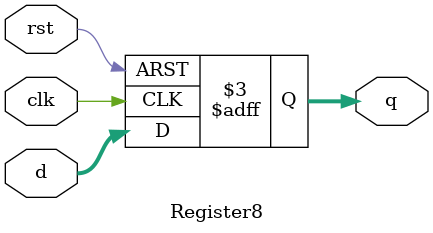
<source format=v>
`timescale 1ns / 1ps


module ArithmeticUnit(
    input [7:0] a, b,
    input [1:0] op_select,  // 00 = ADD, 01 = SUB, 10 = DIV
    output reg [7:0] result
);
    wire [7:0] sum_result, sub_result, div_result;
    wire sum_cout, sum_ovr;
    wire sub_borrow;
    wire div_done;
    reg [7:0] selected_result;

    // Instanțierea modulelor pentru ADD, SUB, DIV
    rca8 adder (.x(a), .y(b), .c_in(1'b0), .z(sum_result), .c_out(sum_cout), .ovr(sum_ovr));
    fsc subtractor (.x(a), .y(b), .bin(1'b0), .b(sub_result), .bout(sub_borrow));
    restoring_div divider (.clk(1'b0), .rst(1'b1), .start(1'b1), .inbus1(a), .inbus2(b), .cat(div_result), .rest(), .done(div_done));

    always @(*) begin
        case(op_select)
            2'b00: selected_result = sum_result;  // ADD
            2'b01: selected_result = sub_result;  // SUB
            2'b10: selected_result = div_result;  // DIV
            default: selected_result = 8'd0;
        endcase
    end

    assign result = selected_result;
endmodule

//Control Unit(CU)

module ControlUnit(
    input [1:0] opcode, // 00 = ADD, 01 = SUB, 10 = DIV
    output reg [1:0] op_select
);
    always @(*) begin
        case(opcode)
            2'b00: op_select = 2'b00; // ADD
            2'b01: op_select = 2'b01; // SUB
            2'b10: op_select = 2'b10; // DIV
            default: op_select = 2'b00;
        endcase
    end
endmodule

//Multiplexer(MUX2to1)

module MUX2to1(
    input [7:0] in0, in1,
    input sel,
    output [7:0] out
);
    assign out = sel ? in1 : in0;
endmodule


//Register(8-bit Register)

module Register8(
    input clk, rst,
    input [7:0] d,
    output reg [7:0] q
);
    always @(posedge clk or negedge rst) begin
        if (!rst) q <= 8'd0;
        else q <= d;
    end
endmodule



</source>
